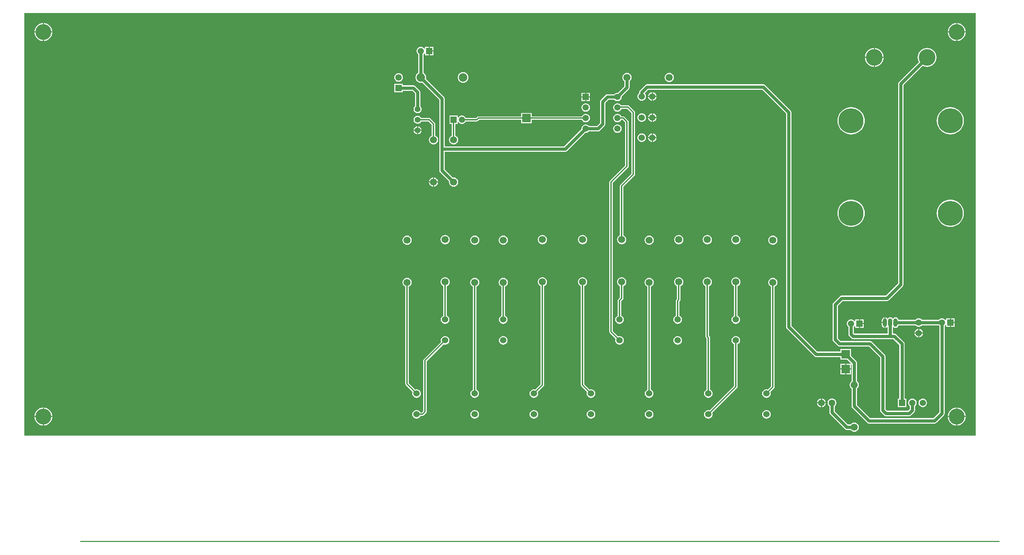
<source format=gtl>
G04 Layer_Physical_Order=1*
G04 Layer_Color=25308*
%FSAX24Y24*%
%MOIN*%
G70*
G01*
G75*
%ADD10R,0.0787X0.0787*%
%ADD11C,0.0120*%
%ADD12C,0.0300*%
%ADD13C,0.0100*%
%ADD14C,0.0669*%
%ADD15R,0.0610X0.0610*%
%ADD16C,0.0610*%
%ADD17C,0.0591*%
%ADD18R,0.0591X0.0591*%
%ADD19C,0.0600*%
%ADD20C,0.0551*%
%ADD21C,0.0800*%
%ADD22O,0.0394X0.0787*%
%ADD23O,0.0394X0.0787*%
%ADD24C,0.2362*%
%ADD25C,0.1575*%
%ADD26C,0.0630*%
%ADD27C,0.1500*%
G36*
X100000Y010050D02*
X100000Y010000D01*
X010035D01*
X010000Y010035D01*
X010000Y050000D01*
X010000Y050000D01*
X100000D01*
Y010050D01*
D02*
G37*
%LPC*%
G36*
X089389Y020550D02*
X089044D01*
Y020205D01*
X089389D01*
Y020550D01*
D02*
G37*
G36*
X094650Y020097D02*
Y019750D01*
X094997D01*
X094990Y019804D01*
X094949Y019902D01*
X094885Y019985D01*
X094802Y020049D01*
X094704Y020090D01*
X094650Y020097D01*
D02*
G37*
G36*
X094550D02*
X094496Y020090D01*
X094398Y020049D01*
X094315Y019985D01*
X094251Y019902D01*
X094210Y019804D01*
X094203Y019750D01*
X094550D01*
Y020097D01*
D02*
G37*
G36*
X091350Y020650D02*
X091101D01*
Y020503D01*
X091111Y020426D01*
X091141Y020353D01*
X091188Y020291D01*
X091250Y020244D01*
X091323Y020214D01*
X091350Y020210D01*
Y020650D01*
D02*
G37*
G36*
X049800Y024988D02*
X049687Y024973D01*
X049581Y024930D01*
X049490Y024860D01*
X049420Y024769D01*
X049377Y024663D01*
X049362Y024550D01*
X049377Y024437D01*
X049420Y024331D01*
X049490Y024240D01*
X049581Y024170D01*
X049637Y024147D01*
Y021350D01*
X049598Y021334D01*
X049515Y021270D01*
X049451Y021186D01*
X049410Y021089D01*
X049397Y020984D01*
X049410Y020880D01*
X049451Y020783D01*
X049515Y020699D01*
X049598Y020635D01*
X049696Y020595D01*
X049800Y020581D01*
X049904Y020595D01*
X050002Y020635D01*
X050085Y020699D01*
X050149Y020783D01*
X050190Y020880D01*
X050203Y020984D01*
X050190Y021089D01*
X050149Y021186D01*
X050085Y021270D01*
X050002Y021334D01*
X049963Y021350D01*
Y024147D01*
X050019Y024170D01*
X050110Y024240D01*
X050180Y024331D01*
X050223Y024437D01*
X050238Y024550D01*
X050223Y024663D01*
X050180Y024769D01*
X050110Y024860D01*
X050019Y024930D01*
X049913Y024973D01*
X049800Y024988D01*
D02*
G37*
G36*
X097989Y020650D02*
X097644D01*
Y020305D01*
X097989D01*
Y020650D01*
D02*
G37*
G36*
X079900Y043255D02*
X068900D01*
X068802Y043236D01*
X068720Y043180D01*
X068220Y042680D01*
X068165Y042598D01*
X068145Y042500D01*
Y042409D01*
X068115Y042385D01*
X068051Y042302D01*
X068010Y042204D01*
X067997Y042100D01*
X068010Y041996D01*
X068051Y041898D01*
X068115Y041815D01*
X068198Y041751D01*
X068296Y041710D01*
X068400Y041697D01*
X068504Y041710D01*
X068602Y041751D01*
X068685Y041815D01*
X068749Y041898D01*
X068790Y041996D01*
X068803Y042100D01*
X068790Y042204D01*
X068749Y042302D01*
X068685Y042385D01*
X068683Y042422D01*
X069006Y042745D01*
X079794D01*
X082045Y040494D01*
Y020300D01*
X082065Y020202D01*
X082120Y020120D01*
X084720Y017520D01*
X084802Y017464D01*
X084900Y017445D01*
X087206D01*
Y017206D01*
X087833D01*
X088197Y016842D01*
X088191Y016829D01*
X088188Y016823D01*
D01*
X088178Y016800D01*
D01*
X088177Y016799D01*
X088175Y016794D01*
X088173D01*
X088151Y016794D01*
X088148D01*
X088148D01*
X087750D01*
Y016350D01*
X088194D01*
Y016717D01*
X088244Y016745D01*
X088245Y016744D01*
Y015152D01*
X088190Y015110D01*
X088120Y015019D01*
X088077Y014913D01*
X088062Y014800D01*
X088077Y014687D01*
X088120Y014581D01*
X088190Y014490D01*
X088245Y014448D01*
Y012800D01*
X088265Y012702D01*
X088320Y012620D01*
X089720Y011220D01*
X089802Y011164D01*
X089900Y011145D01*
X096100D01*
X096198Y011164D01*
X096280Y011220D01*
X096987Y011926D01*
X097042Y012009D01*
X097061Y012106D01*
Y020397D01*
X097088Y020418D01*
X097148Y020497D01*
X097154Y020497D01*
X097198Y020463D01*
Y020305D01*
X097544D01*
Y020700D01*
Y021095D01*
X097198D01*
Y020937D01*
X097154Y020903D01*
X097148Y020903D01*
X097088Y020982D01*
X097006Y021045D01*
X096909Y021085D01*
X096806Y021099D01*
X096703Y021085D01*
X096607Y021045D01*
X096524Y020982D01*
X096504Y020955D01*
X094909D01*
X094885Y020985D01*
X094802Y021049D01*
X094704Y021090D01*
X094600Y021103D01*
X094496Y021090D01*
X094398Y021049D01*
X094315Y020985D01*
X094291Y020955D01*
X092692D01*
X092689Y020974D01*
X092659Y021047D01*
X092612Y021109D01*
X092550Y021156D01*
X092477Y021186D01*
X092400Y021196D01*
X092323Y021186D01*
X092250Y021156D01*
X092188Y021109D01*
X092175Y021091D01*
X092125D01*
X092112Y021109D01*
X092050Y021156D01*
X091977Y021186D01*
X091900Y021196D01*
X091823Y021186D01*
X091750Y021156D01*
X091688Y021109D01*
X091675Y021091D01*
X091625D01*
X091612Y021109D01*
X091550Y021156D01*
X091477Y021186D01*
X091450Y021190D01*
Y020700D01*
Y020210D01*
X091477Y020214D01*
X091550Y020244D01*
X091595Y020279D01*
X091645Y020257D01*
Y019655D01*
X088506D01*
X088461Y019699D01*
Y020297D01*
X088488Y020318D01*
X088548Y020397D01*
X088554Y020397D01*
X088598Y020363D01*
Y020205D01*
X088944D01*
Y020600D01*
Y020995D01*
X088598D01*
Y020837D01*
X088554Y020803D01*
X088548Y020803D01*
X088488Y020882D01*
X088406Y020945D01*
X088309Y020985D01*
X088206Y020999D01*
X088103Y020985D01*
X088007Y020945D01*
X087924Y020882D01*
X087861Y020799D01*
X087821Y020703D01*
X087808Y020600D01*
X087821Y020497D01*
X087861Y020401D01*
X087924Y020318D01*
X087951Y020297D01*
Y019594D01*
X087971Y019496D01*
X088026Y019413D01*
X088220Y019220D01*
X088302Y019165D01*
X088400Y019145D01*
X092194D01*
X092761Y018579D01*
Y013495D01*
X092620D01*
Y012705D01*
X093411D01*
Y013495D01*
X093271D01*
Y018684D01*
X093251Y018782D01*
X093196Y018865D01*
X092480Y019580D01*
X092398Y019635D01*
X092300Y019655D01*
X092155D01*
Y020257D01*
X092205Y020279D01*
X092250Y020244D01*
X092323Y020214D01*
X092400Y020204D01*
X092477Y020214D01*
X092550Y020244D01*
X092612Y020291D01*
X092659Y020353D01*
X092689Y020426D01*
X092692Y020445D01*
X094291D01*
X094315Y020415D01*
X094398Y020351D01*
X094496Y020310D01*
X094600Y020297D01*
X094704Y020310D01*
X094802Y020351D01*
X094885Y020415D01*
X094909Y020445D01*
X096504D01*
X096524Y020418D01*
X096551Y020397D01*
Y012212D01*
X095994Y011655D01*
X090006D01*
X088755Y012906D01*
Y014448D01*
X088810Y014490D01*
X088880Y014581D01*
X088923Y014687D01*
X088938Y014800D01*
X088923Y014913D01*
X088880Y015019D01*
X088810Y015110D01*
X088755Y015152D01*
Y016900D01*
X088735Y016998D01*
X088680Y017080D01*
X088194Y017567D01*
Y018194D01*
X087206D01*
Y017955D01*
X085006D01*
X082555Y020406D01*
Y040600D01*
X082535Y040698D01*
X082480Y040780D01*
X080080Y043180D01*
X079998Y043236D01*
X079900Y043255D01*
D02*
G37*
G36*
X055300Y019419D02*
X055196Y019405D01*
X055098Y019365D01*
X055015Y019301D01*
X054951Y019217D01*
X054910Y019120D01*
X054897Y019016D01*
X054910Y018911D01*
X054951Y018814D01*
X055015Y018730D01*
X055098Y018666D01*
X055196Y018626D01*
X055300Y018612D01*
X055404Y018626D01*
X055502Y018666D01*
X055585Y018730D01*
X055649Y018814D01*
X055690Y018911D01*
X055703Y019016D01*
X055690Y019120D01*
X055649Y019217D01*
X055585Y019301D01*
X055502Y019365D01*
X055404Y019405D01*
X055300Y019419D01*
D02*
G37*
G36*
X049800D02*
X049696Y019405D01*
X049598Y019365D01*
X049515Y019301D01*
X049451Y019217D01*
X049410Y019120D01*
X049397Y019016D01*
X049410Y018911D01*
X049426Y018873D01*
X047785Y017231D01*
X047749Y017178D01*
X047737Y017116D01*
Y012337D01*
X047579Y012179D01*
X047465D01*
X047449Y012217D01*
X047385Y012301D01*
X047302Y012365D01*
X047204Y012405D01*
X047100Y012419D01*
X046996Y012405D01*
X046898Y012365D01*
X046815Y012301D01*
X046751Y012217D01*
X046710Y012120D01*
X046697Y012016D01*
X046710Y011911D01*
X046751Y011814D01*
X046815Y011730D01*
X046898Y011666D01*
X046996Y011626D01*
X047100Y011612D01*
X047204Y011626D01*
X047302Y011666D01*
X047385Y011730D01*
X047449Y011814D01*
X047465Y011853D01*
X047646D01*
X047709Y011865D01*
X047762Y011900D01*
X048015Y012154D01*
X048051Y012207D01*
X048063Y012269D01*
Y017048D01*
X049657Y018642D01*
X049696Y018626D01*
X049800Y018612D01*
X049904Y018626D01*
X050002Y018666D01*
X050085Y018730D01*
X050149Y018814D01*
X050190Y018911D01*
X050203Y019016D01*
X050190Y019120D01*
X050149Y019217D01*
X050085Y019301D01*
X050002Y019365D01*
X049904Y019405D01*
X049800Y019419D01*
D02*
G37*
G36*
X087650Y016794D02*
X087206D01*
Y016350D01*
X087650D01*
Y016794D01*
D02*
G37*
G36*
X066100Y040449D02*
X065997Y040435D01*
X065901Y040395D01*
X065818Y040332D01*
X065755Y040249D01*
X065715Y040153D01*
X065701Y040050D01*
X065715Y039947D01*
X065755Y039851D01*
X065818Y039768D01*
X065901Y039705D01*
X065997Y039665D01*
X066100Y039651D01*
X066203Y039665D01*
X066299Y039705D01*
X066382Y039768D01*
X066445Y039851D01*
X066460Y039887D01*
X066582D01*
X066837Y039632D01*
Y035568D01*
X065385Y034115D01*
X065349Y034062D01*
X065337Y034000D01*
Y019816D01*
X065349Y019753D01*
X065385Y019700D01*
X065926Y019159D01*
X065910Y019120D01*
X065897Y019016D01*
X065910Y018911D01*
X065951Y018814D01*
X066015Y018730D01*
X066098Y018666D01*
X066196Y018626D01*
X066300Y018612D01*
X066404Y018626D01*
X066502Y018666D01*
X066585Y018730D01*
X066649Y018814D01*
X066690Y018911D01*
X066703Y019016D01*
X066690Y019120D01*
X066649Y019217D01*
X066585Y019301D01*
X066502Y019365D01*
X066404Y019405D01*
X066300Y019419D01*
X066196Y019405D01*
X066157Y019389D01*
X065663Y019883D01*
Y033932D01*
X067115Y035385D01*
X067151Y035438D01*
X067163Y035500D01*
Y039700D01*
X067151Y039762D01*
X067115Y039815D01*
X066765Y040165D01*
X066712Y040201D01*
X066650Y040213D01*
X066460D01*
X066445Y040249D01*
X066382Y040332D01*
X066299Y040395D01*
X066203Y040435D01*
X066100Y040449D01*
D02*
G37*
G36*
X094997Y019650D02*
X094650D01*
Y019303D01*
X094704Y019310D01*
X094802Y019351D01*
X094885Y019415D01*
X094949Y019498D01*
X094990Y019596D01*
X094997Y019650D01*
D02*
G37*
G36*
X094550D02*
X094203D01*
X094210Y019596D01*
X094251Y019498D01*
X094315Y019415D01*
X094398Y019351D01*
X094496Y019310D01*
X094550Y019303D01*
Y019650D01*
D02*
G37*
G36*
X071800Y019419D02*
X071696Y019405D01*
X071598Y019365D01*
X071515Y019301D01*
X071451Y019217D01*
X071410Y019120D01*
X071397Y019016D01*
X071410Y018911D01*
X071451Y018814D01*
X071515Y018730D01*
X071598Y018666D01*
X071696Y018626D01*
X071800Y018612D01*
X071904Y018626D01*
X072002Y018666D01*
X072085Y018730D01*
X072149Y018814D01*
X072190Y018911D01*
X072203Y019016D01*
X072190Y019120D01*
X072149Y019217D01*
X072085Y019301D01*
X072002Y019365D01*
X071904Y019405D01*
X071800Y019419D01*
D02*
G37*
G36*
X055300Y028938D02*
X055187Y028923D01*
X055081Y028880D01*
X054990Y028810D01*
X054920Y028719D01*
X054877Y028613D01*
X054862Y028500D01*
X054877Y028387D01*
X054920Y028281D01*
X054990Y028190D01*
X055081Y028120D01*
X055187Y028077D01*
X055300Y028062D01*
X055413Y028077D01*
X055519Y028120D01*
X055610Y028190D01*
X055680Y028281D01*
X055723Y028387D01*
X055738Y028500D01*
X055723Y028613D01*
X055680Y028719D01*
X055610Y028810D01*
X055519Y028880D01*
X055413Y028923D01*
X055300Y028938D01*
D02*
G37*
G36*
X052600D02*
X052487Y028923D01*
X052381Y028880D01*
X052290Y028810D01*
X052220Y028719D01*
X052177Y028613D01*
X052162Y028500D01*
X052177Y028387D01*
X052220Y028281D01*
X052290Y028190D01*
X052381Y028120D01*
X052487Y028077D01*
X052600Y028062D01*
X052713Y028077D01*
X052819Y028120D01*
X052910Y028190D01*
X052980Y028281D01*
X053023Y028387D01*
X053038Y028500D01*
X053023Y028613D01*
X052980Y028719D01*
X052910Y028810D01*
X052819Y028880D01*
X052713Y028923D01*
X052600Y028938D01*
D02*
G37*
G36*
X046200D02*
X046087Y028923D01*
X045981Y028880D01*
X045890Y028810D01*
X045820Y028719D01*
X045777Y028613D01*
X045762Y028500D01*
X045777Y028387D01*
X045820Y028281D01*
X045890Y028190D01*
X045981Y028120D01*
X046087Y028077D01*
X046200Y028062D01*
X046313Y028077D01*
X046419Y028120D01*
X046510Y028190D01*
X046580Y028281D01*
X046623Y028387D01*
X046638Y028500D01*
X046623Y028613D01*
X046580Y028719D01*
X046510Y028810D01*
X046419Y028880D01*
X046313Y028923D01*
X046200Y028938D01*
D02*
G37*
G36*
X069100D02*
X068987Y028923D01*
X068881Y028880D01*
X068790Y028810D01*
X068720Y028719D01*
X068677Y028613D01*
X068662Y028500D01*
X068677Y028387D01*
X068720Y028281D01*
X068790Y028190D01*
X068881Y028120D01*
X068987Y028077D01*
X069100Y028062D01*
X069213Y028077D01*
X069319Y028120D01*
X069410Y028190D01*
X069480Y028281D01*
X069523Y028387D01*
X069538Y028500D01*
X069523Y028613D01*
X069480Y028719D01*
X069410Y028810D01*
X069319Y028880D01*
X069213Y028923D01*
X069100Y028938D01*
D02*
G37*
G36*
X059000Y028988D02*
X058887Y028973D01*
X058781Y028930D01*
X058690Y028860D01*
X058620Y028769D01*
X058577Y028663D01*
X058562Y028550D01*
X058577Y028437D01*
X058620Y028331D01*
X058690Y028240D01*
X058781Y028170D01*
X058887Y028127D01*
X059000Y028112D01*
X059113Y028127D01*
X059219Y028170D01*
X059310Y028240D01*
X059380Y028331D01*
X059423Y028437D01*
X059438Y028550D01*
X059423Y028663D01*
X059380Y028769D01*
X059310Y028860D01*
X059219Y028930D01*
X059113Y028973D01*
X059000Y028988D01*
D02*
G37*
G36*
X049800D02*
X049687Y028973D01*
X049581Y028930D01*
X049490Y028860D01*
X049420Y028769D01*
X049377Y028663D01*
X049362Y028550D01*
X049377Y028437D01*
X049420Y028331D01*
X049490Y028240D01*
X049581Y028170D01*
X049687Y028127D01*
X049800Y028112D01*
X049913Y028127D01*
X050019Y028170D01*
X050110Y028240D01*
X050180Y028331D01*
X050223Y028437D01*
X050238Y028550D01*
X050223Y028663D01*
X050180Y028769D01*
X050110Y028860D01*
X050019Y028930D01*
X049913Y028973D01*
X049800Y028988D01*
D02*
G37*
G36*
X080800Y028938D02*
X080687Y028923D01*
X080581Y028880D01*
X080490Y028810D01*
X080420Y028719D01*
X080377Y028613D01*
X080362Y028500D01*
X080377Y028387D01*
X080420Y028281D01*
X080490Y028190D01*
X080581Y028120D01*
X080687Y028077D01*
X080800Y028062D01*
X080913Y028077D01*
X081019Y028120D01*
X081110Y028190D01*
X081180Y028281D01*
X081223Y028387D01*
X081238Y028500D01*
X081223Y028613D01*
X081180Y028719D01*
X081110Y028810D01*
X081019Y028880D01*
X080913Y028923D01*
X080800Y028938D01*
D02*
G37*
G36*
X071900Y024988D02*
X071787Y024973D01*
X071681Y024930D01*
X071590Y024860D01*
X071520Y024769D01*
X071477Y024663D01*
X071462Y024550D01*
X071477Y024437D01*
X071520Y024331D01*
X071590Y024240D01*
X071681Y024170D01*
X071737Y024147D01*
Y022938D01*
X071685Y022885D01*
X071649Y022832D01*
X071637Y022770D01*
Y021350D01*
X071598Y021334D01*
X071515Y021270D01*
X071451Y021186D01*
X071410Y021089D01*
X071397Y020984D01*
X071410Y020880D01*
X071451Y020783D01*
X071515Y020699D01*
X071598Y020635D01*
X071696Y020595D01*
X071800Y020581D01*
X071904Y020595D01*
X072002Y020635D01*
X072085Y020699D01*
X072149Y020783D01*
X072190Y020880D01*
X072203Y020984D01*
X072190Y021089D01*
X072149Y021186D01*
X072085Y021270D01*
X072002Y021334D01*
X071963Y021350D01*
Y022702D01*
X072015Y022755D01*
X072051Y022808D01*
X072063Y022870D01*
Y024147D01*
X072119Y024170D01*
X072210Y024240D01*
X072280Y024331D01*
X072323Y024437D01*
X072338Y024550D01*
X072323Y024663D01*
X072280Y024769D01*
X072210Y024860D01*
X072119Y024930D01*
X072013Y024973D01*
X071900Y024988D01*
D02*
G37*
G36*
X066500D02*
X066387Y024973D01*
X066281Y024930D01*
X066190Y024860D01*
X066120Y024769D01*
X066077Y024663D01*
X066062Y024550D01*
X066077Y024437D01*
X066120Y024331D01*
X066190Y024240D01*
X066281Y024170D01*
X066337Y024147D01*
Y023068D01*
X066185Y022915D01*
X066149Y022862D01*
X066137Y022800D01*
Y021350D01*
X066098Y021334D01*
X066015Y021270D01*
X065951Y021186D01*
X065910Y021089D01*
X065897Y020984D01*
X065910Y020880D01*
X065951Y020783D01*
X066015Y020699D01*
X066098Y020635D01*
X066196Y020595D01*
X066300Y020581D01*
X066404Y020595D01*
X066502Y020635D01*
X066585Y020699D01*
X066649Y020783D01*
X066690Y020880D01*
X066703Y020984D01*
X066690Y021089D01*
X066649Y021186D01*
X066585Y021270D01*
X066502Y021334D01*
X066463Y021350D01*
Y022732D01*
X066615Y022885D01*
X066651Y022938D01*
X066663Y023000D01*
Y024147D01*
X066719Y024170D01*
X066810Y024240D01*
X066880Y024331D01*
X066923Y024437D01*
X066938Y024550D01*
X066923Y024663D01*
X066880Y024769D01*
X066810Y024860D01*
X066719Y024930D01*
X066613Y024973D01*
X066500Y024988D01*
D02*
G37*
G36*
X055300Y024938D02*
X055187Y024923D01*
X055081Y024880D01*
X054990Y024810D01*
X054920Y024719D01*
X054877Y024613D01*
X054862Y024500D01*
X054877Y024387D01*
X054920Y024281D01*
X054990Y024190D01*
X055081Y024120D01*
X055137Y024097D01*
Y021350D01*
X055098Y021334D01*
X055015Y021270D01*
X054951Y021186D01*
X054910Y021089D01*
X054897Y020984D01*
X054910Y020880D01*
X054951Y020783D01*
X055015Y020699D01*
X055098Y020635D01*
X055196Y020595D01*
X055300Y020581D01*
X055404Y020595D01*
X055502Y020635D01*
X055585Y020699D01*
X055649Y020783D01*
X055690Y020880D01*
X055703Y020984D01*
X055690Y021089D01*
X055649Y021186D01*
X055585Y021270D01*
X055502Y021334D01*
X055463Y021350D01*
Y024097D01*
X055519Y024120D01*
X055610Y024190D01*
X055680Y024281D01*
X055723Y024387D01*
X055738Y024500D01*
X055723Y024613D01*
X055680Y024719D01*
X055610Y024810D01*
X055519Y024880D01*
X055413Y024923D01*
X055300Y024938D01*
D02*
G37*
G36*
X077300Y024988D02*
X077187Y024973D01*
X077081Y024930D01*
X076990Y024860D01*
X076920Y024769D01*
X076877Y024663D01*
X076862Y024550D01*
X076877Y024437D01*
X076920Y024331D01*
X076990Y024240D01*
X077081Y024170D01*
X077137Y024147D01*
Y021350D01*
X077098Y021334D01*
X077015Y021270D01*
X076951Y021186D01*
X076910Y021089D01*
X076897Y020984D01*
X076910Y020880D01*
X076951Y020783D01*
X077015Y020699D01*
X077098Y020635D01*
X077196Y020595D01*
X077300Y020581D01*
X077404Y020595D01*
X077502Y020635D01*
X077585Y020699D01*
X077649Y020783D01*
X077690Y020880D01*
X077703Y020984D01*
X077690Y021089D01*
X077649Y021186D01*
X077585Y021270D01*
X077502Y021334D01*
X077463Y021350D01*
Y024147D01*
X077519Y024170D01*
X077610Y024240D01*
X077680Y024331D01*
X077723Y024437D01*
X077738Y024550D01*
X077723Y024663D01*
X077680Y024769D01*
X077610Y024860D01*
X077519Y024930D01*
X077413Y024973D01*
X077300Y024988D01*
D02*
G37*
G36*
X097989Y021095D02*
X097644D01*
Y020750D01*
X097989D01*
Y021095D01*
D02*
G37*
G36*
X091350Y021190D02*
X091323Y021186D01*
X091250Y021156D01*
X091188Y021109D01*
X091141Y021047D01*
X091111Y020974D01*
X091101Y020897D01*
Y020750D01*
X091350D01*
Y021190D01*
D02*
G37*
G36*
X089389Y020995D02*
X089044D01*
Y020650D01*
X089389D01*
Y020995D01*
D02*
G37*
G36*
X088194Y016250D02*
X087750D01*
Y015806D01*
X088194D01*
Y016250D01*
D02*
G37*
G36*
X080200Y012419D02*
X080096Y012405D01*
X079998Y012365D01*
X079915Y012301D01*
X079851Y012217D01*
X079810Y012120D01*
X079797Y012016D01*
X079810Y011911D01*
X079851Y011814D01*
X079915Y011730D01*
X079998Y011666D01*
X080096Y011626D01*
X080200Y011612D01*
X080304Y011626D01*
X080402Y011666D01*
X080485Y011730D01*
X080549Y011814D01*
X080590Y011911D01*
X080603Y012016D01*
X080590Y012120D01*
X080549Y012217D01*
X080485Y012301D01*
X080402Y012365D01*
X080304Y012405D01*
X080200Y012419D01*
D02*
G37*
G36*
X069100D02*
X068996Y012405D01*
X068898Y012365D01*
X068815Y012301D01*
X068751Y012217D01*
X068710Y012120D01*
X068697Y012016D01*
X068710Y011911D01*
X068751Y011814D01*
X068815Y011730D01*
X068898Y011666D01*
X068996Y011626D01*
X069100Y011612D01*
X069204Y011626D01*
X069302Y011666D01*
X069385Y011730D01*
X069449Y011814D01*
X069490Y011911D01*
X069503Y012016D01*
X069490Y012120D01*
X069449Y012217D01*
X069385Y012301D01*
X069302Y012365D01*
X069204Y012405D01*
X069100Y012419D01*
D02*
G37*
G36*
X063600D02*
X063496Y012405D01*
X063398Y012365D01*
X063315Y012301D01*
X063251Y012217D01*
X063210Y012120D01*
X063197Y012016D01*
X063210Y011911D01*
X063251Y011814D01*
X063315Y011730D01*
X063398Y011666D01*
X063496Y011626D01*
X063600Y011612D01*
X063704Y011626D01*
X063802Y011666D01*
X063885Y011730D01*
X063949Y011814D01*
X063990Y011911D01*
X064003Y012016D01*
X063990Y012120D01*
X063949Y012217D01*
X063885Y012301D01*
X063802Y012365D01*
X063704Y012405D01*
X063600Y012419D01*
D02*
G37*
G36*
X011750Y012649D02*
X011633Y012638D01*
X011473Y012589D01*
X011325Y012510D01*
X011196Y012404D01*
X011090Y012275D01*
X011011Y012127D01*
X010962Y011967D01*
X010951Y011850D01*
X011750D01*
Y012649D01*
D02*
G37*
G36*
X098250D02*
Y011850D01*
X099049D01*
X099038Y011967D01*
X098989Y012127D01*
X098910Y012275D01*
X098804Y012404D01*
X098675Y012510D01*
X098527Y012589D01*
X098367Y012638D01*
X098250Y012649D01*
D02*
G37*
G36*
X098150D02*
X098033Y012638D01*
X097873Y012589D01*
X097725Y012510D01*
X097596Y012404D01*
X097490Y012275D01*
X097411Y012127D01*
X097362Y011967D01*
X097351Y011850D01*
X098150D01*
Y012649D01*
D02*
G37*
G36*
X011850D02*
Y011850D01*
X012649D01*
X012638Y011967D01*
X012589Y012127D01*
X012510Y012275D01*
X012404Y012404D01*
X012275Y012510D01*
X012127Y012589D01*
X011967Y012638D01*
X011850Y012649D01*
D02*
G37*
G36*
X012649Y011750D02*
X011850D01*
Y010951D01*
X011967Y010962D01*
X012127Y011011D01*
X012275Y011090D01*
X012404Y011196D01*
X012510Y011325D01*
X012589Y011473D01*
X012638Y011633D01*
X012649Y011750D01*
D02*
G37*
G36*
X011750D02*
X010951D01*
X010962Y011633D01*
X011011Y011473D01*
X011090Y011325D01*
X011196Y011196D01*
X011325Y011090D01*
X011473Y011011D01*
X011633Y010962D01*
X011750Y010951D01*
Y011750D01*
D02*
G37*
G36*
X086400Y013519D02*
X086292Y013504D01*
X086191Y013462D01*
X086104Y013396D01*
X086038Y013309D01*
X085996Y013208D01*
X085981Y013100D01*
X085996Y012992D01*
X086038Y012891D01*
X086104Y012804D01*
X086145Y012773D01*
Y012200D01*
X086165Y012102D01*
X086220Y012020D01*
X087620Y010620D01*
X087702Y010565D01*
X087800Y010545D01*
X088148D01*
X088190Y010490D01*
X088281Y010420D01*
X088387Y010377D01*
X088500Y010362D01*
X088613Y010377D01*
X088719Y010420D01*
X088810Y010490D01*
X088880Y010581D01*
X088923Y010687D01*
X088938Y010800D01*
X088923Y010913D01*
X088880Y011019D01*
X088810Y011110D01*
X088719Y011180D01*
X088613Y011223D01*
X088500Y011238D01*
X088387Y011223D01*
X088281Y011180D01*
X088190Y011110D01*
X088148Y011055D01*
X087906D01*
X086655Y012306D01*
Y012773D01*
X086696Y012804D01*
X086762Y012891D01*
X086804Y012992D01*
X086819Y013100D01*
X086804Y013208D01*
X086762Y013309D01*
X086696Y013396D01*
X086609Y013462D01*
X086508Y013504D01*
X086400Y013519D01*
D02*
G37*
G36*
X098150Y011750D02*
X097351D01*
X097362Y011633D01*
X097411Y011473D01*
X097490Y011325D01*
X097596Y011196D01*
X097725Y011090D01*
X097873Y011011D01*
X098033Y010962D01*
X098150Y010951D01*
Y011750D01*
D02*
G37*
G36*
X058200Y012419D02*
X058096Y012405D01*
X057998Y012365D01*
X057915Y012301D01*
X057851Y012217D01*
X057810Y012120D01*
X057797Y012016D01*
X057810Y011911D01*
X057851Y011814D01*
X057915Y011730D01*
X057998Y011666D01*
X058096Y011626D01*
X058200Y011612D01*
X058304Y011626D01*
X058402Y011666D01*
X058485Y011730D01*
X058549Y011814D01*
X058590Y011911D01*
X058603Y012016D01*
X058590Y012120D01*
X058549Y012217D01*
X058485Y012301D01*
X058402Y012365D01*
X058304Y012405D01*
X058200Y012419D01*
D02*
G37*
G36*
X052600D02*
X052496Y012405D01*
X052398Y012365D01*
X052315Y012301D01*
X052251Y012217D01*
X052210Y012120D01*
X052197Y012016D01*
X052210Y011911D01*
X052251Y011814D01*
X052315Y011730D01*
X052398Y011666D01*
X052496Y011626D01*
X052600Y011612D01*
X052704Y011626D01*
X052802Y011666D01*
X052885Y011730D01*
X052949Y011814D01*
X052990Y011911D01*
X053003Y012016D01*
X052990Y012120D01*
X052949Y012217D01*
X052885Y012301D01*
X052802Y012365D01*
X052704Y012405D01*
X052600Y012419D01*
D02*
G37*
G36*
X099049Y011750D02*
X098250D01*
Y010951D01*
X098367Y010962D01*
X098527Y011011D01*
X098675Y011090D01*
X098804Y011196D01*
X098910Y011325D01*
X098989Y011473D01*
X099038Y011633D01*
X099049Y011750D01*
D02*
G37*
G36*
X069100Y024938D02*
X068987Y024923D01*
X068881Y024880D01*
X068790Y024810D01*
X068720Y024719D01*
X068677Y024613D01*
X068662Y024500D01*
X068677Y024387D01*
X068720Y024281D01*
X068790Y024190D01*
X068881Y024120D01*
X068937Y024097D01*
Y014350D01*
X068898Y014334D01*
X068815Y014270D01*
X068751Y014186D01*
X068710Y014089D01*
X068697Y013984D01*
X068710Y013880D01*
X068751Y013783D01*
X068815Y013699D01*
X068898Y013635D01*
X068996Y013595D01*
X069100Y013581D01*
X069204Y013595D01*
X069302Y013635D01*
X069385Y013699D01*
X069449Y013783D01*
X069490Y013880D01*
X069503Y013984D01*
X069490Y014089D01*
X069449Y014186D01*
X069385Y014270D01*
X069302Y014334D01*
X069263Y014350D01*
Y024097D01*
X069319Y024120D01*
X069410Y024190D01*
X069480Y024281D01*
X069523Y024387D01*
X069538Y024500D01*
X069523Y024613D01*
X069480Y024719D01*
X069410Y024810D01*
X069319Y024880D01*
X069213Y024923D01*
X069100Y024938D01*
D02*
G37*
G36*
X062800Y024988D02*
X062687Y024973D01*
X062581Y024930D01*
X062490Y024860D01*
X062420Y024769D01*
X062377Y024663D01*
X062362Y024550D01*
X062377Y024437D01*
X062420Y024331D01*
X062490Y024240D01*
X062581Y024170D01*
X062637Y024147D01*
Y014784D01*
X062649Y014722D01*
X062685Y014669D01*
X063226Y014127D01*
X063210Y014089D01*
X063197Y013984D01*
X063210Y013880D01*
X063251Y013783D01*
X063315Y013699D01*
X063398Y013635D01*
X063496Y013595D01*
X063600Y013581D01*
X063704Y013595D01*
X063802Y013635D01*
X063885Y013699D01*
X063949Y013783D01*
X063990Y013880D01*
X064003Y013984D01*
X063990Y014089D01*
X063949Y014186D01*
X063885Y014270D01*
X063802Y014334D01*
X063704Y014374D01*
X063600Y014388D01*
X063496Y014374D01*
X063457Y014358D01*
X062963Y014852D01*
Y024147D01*
X063019Y024170D01*
X063110Y024240D01*
X063180Y024331D01*
X063223Y024437D01*
X063238Y024550D01*
X063223Y024663D01*
X063180Y024769D01*
X063110Y024860D01*
X063019Y024930D01*
X062913Y024973D01*
X062800Y024988D01*
D02*
G37*
G36*
X052600Y024938D02*
X052487Y024923D01*
X052381Y024880D01*
X052290Y024810D01*
X052220Y024719D01*
X052177Y024613D01*
X052162Y024500D01*
X052177Y024387D01*
X052220Y024281D01*
X052290Y024190D01*
X052381Y024120D01*
X052437Y024097D01*
Y014350D01*
X052398Y014334D01*
X052315Y014270D01*
X052251Y014186D01*
X052210Y014089D01*
X052197Y013984D01*
X052210Y013880D01*
X052251Y013783D01*
X052315Y013699D01*
X052398Y013635D01*
X052496Y013595D01*
X052600Y013581D01*
X052704Y013595D01*
X052802Y013635D01*
X052885Y013699D01*
X052949Y013783D01*
X052990Y013880D01*
X053003Y013984D01*
X052990Y014089D01*
X052949Y014186D01*
X052885Y014270D01*
X052802Y014334D01*
X052763Y014350D01*
Y024097D01*
X052819Y024120D01*
X052910Y024190D01*
X052980Y024281D01*
X053023Y024387D01*
X053038Y024500D01*
X053023Y024613D01*
X052980Y024719D01*
X052910Y024810D01*
X052819Y024880D01*
X052713Y024923D01*
X052600Y024938D01*
D02*
G37*
G36*
X074600Y024988D02*
X074487Y024973D01*
X074381Y024930D01*
X074290Y024860D01*
X074220Y024769D01*
X074177Y024663D01*
X074162Y024550D01*
X074177Y024437D01*
X074220Y024331D01*
X074290Y024240D01*
X074381Y024170D01*
X074437Y024147D01*
Y019370D01*
X074449Y019308D01*
X074485Y019255D01*
X074537Y019202D01*
Y014350D01*
X074498Y014334D01*
X074415Y014270D01*
X074351Y014186D01*
X074310Y014089D01*
X074297Y013984D01*
X074310Y013880D01*
X074351Y013783D01*
X074415Y013699D01*
X074498Y013635D01*
X074596Y013595D01*
X074700Y013581D01*
X074804Y013595D01*
X074902Y013635D01*
X074985Y013699D01*
X075049Y013783D01*
X075090Y013880D01*
X075103Y013984D01*
X075090Y014089D01*
X075049Y014186D01*
X074985Y014270D01*
X074902Y014334D01*
X074863Y014350D01*
Y019270D01*
X074851Y019332D01*
X074815Y019385D01*
X074763Y019438D01*
Y024147D01*
X074819Y024170D01*
X074910Y024240D01*
X074980Y024331D01*
X075023Y024437D01*
X075038Y024550D01*
X075023Y024663D01*
X074980Y024769D01*
X074910Y024860D01*
X074819Y024930D01*
X074713Y024973D01*
X074600Y024988D01*
D02*
G37*
G36*
X087650Y016250D02*
X087206D01*
Y015806D01*
X087650D01*
Y016250D01*
D02*
G37*
G36*
X080800Y024938D02*
X080687Y024923D01*
X080581Y024880D01*
X080490Y024810D01*
X080420Y024719D01*
X080377Y024613D01*
X080362Y024500D01*
X080377Y024387D01*
X080420Y024281D01*
X080490Y024190D01*
X080581Y024120D01*
X080637Y024097D01*
Y014652D01*
X080343Y014358D01*
X080304Y014374D01*
X080200Y014388D01*
X080096Y014374D01*
X079998Y014334D01*
X079915Y014270D01*
X079851Y014186D01*
X079810Y014089D01*
X079797Y013984D01*
X079810Y013880D01*
X079851Y013783D01*
X079915Y013699D01*
X079998Y013635D01*
X080096Y013595D01*
X080200Y013581D01*
X080304Y013595D01*
X080402Y013635D01*
X080485Y013699D01*
X080549Y013783D01*
X080590Y013880D01*
X080603Y013984D01*
X080590Y014089D01*
X080574Y014127D01*
X080915Y014469D01*
X080951Y014522D01*
X080963Y014584D01*
Y024097D01*
X081019Y024120D01*
X081110Y024190D01*
X081180Y024281D01*
X081223Y024387D01*
X081238Y024500D01*
X081223Y024613D01*
X081180Y024719D01*
X081110Y024810D01*
X081019Y024880D01*
X080913Y024923D01*
X080800Y024938D01*
D02*
G37*
G36*
X059000Y024988D02*
X058887Y024973D01*
X058781Y024930D01*
X058690Y024860D01*
X058620Y024769D01*
X058577Y024663D01*
X058562Y024550D01*
X058577Y024437D01*
X058620Y024331D01*
X058690Y024240D01*
X058781Y024170D01*
X058837Y024147D01*
Y014852D01*
X058343Y014358D01*
X058304Y014374D01*
X058200Y014388D01*
X058096Y014374D01*
X057998Y014334D01*
X057915Y014270D01*
X057851Y014186D01*
X057810Y014089D01*
X057797Y013984D01*
X057810Y013880D01*
X057851Y013783D01*
X057915Y013699D01*
X057998Y013635D01*
X058096Y013595D01*
X058200Y013581D01*
X058304Y013595D01*
X058402Y013635D01*
X058485Y013699D01*
X058549Y013783D01*
X058590Y013880D01*
X058603Y013984D01*
X058590Y014089D01*
X058574Y014127D01*
X059115Y014669D01*
X059151Y014722D01*
X059163Y014784D01*
Y024147D01*
X059219Y024170D01*
X059310Y024240D01*
X059380Y024331D01*
X059423Y024437D01*
X059438Y024550D01*
X059423Y024663D01*
X059380Y024769D01*
X059310Y024860D01*
X059219Y024930D01*
X059113Y024973D01*
X059000Y024988D01*
D02*
G37*
G36*
X085812Y013050D02*
X085450D01*
Y012688D01*
X085508Y012696D01*
X085609Y012738D01*
X085696Y012804D01*
X085762Y012891D01*
X085804Y012992D01*
X085812Y013050D01*
D02*
G37*
G36*
X085350D02*
X084988D01*
X084996Y012992D01*
X085038Y012891D01*
X085104Y012804D01*
X085191Y012738D01*
X085292Y012696D01*
X085350Y012688D01*
Y013050D01*
D02*
G37*
G36*
X077300Y019419D02*
X077196Y019405D01*
X077098Y019365D01*
X077015Y019301D01*
X076951Y019217D01*
X076910Y019120D01*
X076897Y019016D01*
X076910Y018911D01*
X076951Y018814D01*
X077015Y018730D01*
X077098Y018666D01*
X077137Y018650D01*
Y014683D01*
X074843Y012389D01*
X074804Y012405D01*
X074700Y012419D01*
X074596Y012405D01*
X074498Y012365D01*
X074415Y012301D01*
X074351Y012217D01*
X074310Y012120D01*
X074297Y012016D01*
X074310Y011911D01*
X074351Y011814D01*
X074415Y011730D01*
X074498Y011666D01*
X074596Y011626D01*
X074700Y011612D01*
X074804Y011626D01*
X074902Y011666D01*
X074985Y011730D01*
X075049Y011814D01*
X075090Y011911D01*
X075103Y012016D01*
X075090Y012120D01*
X075074Y012159D01*
X077415Y014500D01*
X077451Y014553D01*
X077463Y014616D01*
Y018650D01*
X077502Y018666D01*
X077585Y018730D01*
X077649Y018814D01*
X077690Y018911D01*
X077703Y019016D01*
X077690Y019120D01*
X077649Y019217D01*
X077585Y019301D01*
X077502Y019365D01*
X077404Y019405D01*
X077300Y019419D01*
D02*
G37*
G36*
X094984Y013499D02*
X094881Y013485D01*
X094785Y013445D01*
X094702Y013382D01*
X094639Y013299D01*
X094599Y013203D01*
X094586Y013100D01*
X094599Y012997D01*
X094639Y012901D01*
X094702Y012818D01*
X094785Y012755D01*
X094881Y012715D01*
X094984Y012701D01*
X095087Y012715D01*
X095184Y012755D01*
X095266Y012818D01*
X095330Y012901D01*
X095369Y012997D01*
X095383Y013100D01*
X095369Y013203D01*
X095330Y013299D01*
X095266Y013382D01*
X095184Y013445D01*
X095087Y013485D01*
X094984Y013499D01*
D02*
G37*
G36*
X046200Y024938D02*
X046087Y024923D01*
X045981Y024880D01*
X045890Y024810D01*
X045820Y024719D01*
X045777Y024613D01*
X045762Y024500D01*
X045777Y024387D01*
X045820Y024281D01*
X045890Y024190D01*
X045981Y024120D01*
X046037Y024097D01*
Y014884D01*
X046049Y014822D01*
X046085Y014769D01*
X046726Y014127D01*
X046710Y014089D01*
X046697Y013984D01*
X046710Y013880D01*
X046751Y013783D01*
X046815Y013699D01*
X046898Y013635D01*
X046996Y013595D01*
X047100Y013581D01*
X047204Y013595D01*
X047302Y013635D01*
X047385Y013699D01*
X047449Y013783D01*
X047490Y013880D01*
X047503Y013984D01*
X047490Y014089D01*
X047449Y014186D01*
X047385Y014270D01*
X047302Y014334D01*
X047204Y014374D01*
X047100Y014388D01*
X046996Y014374D01*
X046957Y014358D01*
X046363Y014952D01*
Y024097D01*
X046419Y024120D01*
X046510Y024190D01*
X046580Y024281D01*
X046623Y024387D01*
X046638Y024500D01*
X046623Y024613D01*
X046580Y024719D01*
X046510Y024810D01*
X046419Y024880D01*
X046313Y024923D01*
X046200Y024938D01*
D02*
G37*
G36*
X085450Y013512D02*
Y013150D01*
X085812D01*
X085804Y013208D01*
X085762Y013309D01*
X085696Y013396D01*
X085609Y013462D01*
X085508Y013504D01*
X085450Y013512D01*
D02*
G37*
G36*
X085350D02*
X085292Y013504D01*
X085191Y013462D01*
X085104Y013396D01*
X085038Y013309D01*
X084996Y013208D01*
X084988Y013150D01*
X085350D01*
Y013512D01*
D02*
G37*
G36*
X062800Y028988D02*
X062687Y028973D01*
X062581Y028930D01*
X062490Y028860D01*
X062420Y028769D01*
X062377Y028663D01*
X062362Y028550D01*
X062377Y028437D01*
X062420Y028331D01*
X062490Y028240D01*
X062581Y028170D01*
X062687Y028127D01*
X062800Y028112D01*
X062913Y028127D01*
X063019Y028170D01*
X063110Y028240D01*
X063180Y028331D01*
X063223Y028437D01*
X063238Y028550D01*
X063223Y028663D01*
X063180Y028769D01*
X063110Y028860D01*
X063019Y028930D01*
X062913Y028973D01*
X062800Y028988D01*
D02*
G37*
G36*
X069450Y042497D02*
Y042150D01*
X069797D01*
X069790Y042204D01*
X069749Y042302D01*
X069685Y042385D01*
X069602Y042449D01*
X069504Y042490D01*
X069450Y042497D01*
D02*
G37*
G36*
X069350D02*
X069296Y042490D01*
X069198Y042449D01*
X069115Y042385D01*
X069051Y042302D01*
X069010Y042204D01*
X069003Y042150D01*
X069350D01*
Y042497D01*
D02*
G37*
G36*
X063495Y042445D02*
X063150D01*
Y042100D01*
X063495D01*
Y042445D01*
D02*
G37*
G36*
X051500Y044404D02*
X051369Y044387D01*
X051248Y044337D01*
X051143Y044257D01*
X051063Y044152D01*
X051013Y044031D01*
X050996Y043900D01*
X051013Y043769D01*
X051063Y043648D01*
X051143Y043543D01*
X051248Y043463D01*
X051369Y043413D01*
X051500Y043396D01*
X051631Y043413D01*
X051752Y043463D01*
X051857Y043543D01*
X051937Y043648D01*
X051987Y043769D01*
X052004Y043900D01*
X051987Y044031D01*
X051937Y044152D01*
X051857Y044257D01*
X051752Y044337D01*
X051631Y044387D01*
X051500Y044404D01*
D02*
G37*
G36*
X095400Y046692D02*
X095226Y046675D01*
X095059Y046624D01*
X094905Y046542D01*
X094769Y046431D01*
X094659Y046296D01*
X094576Y046142D01*
X094525Y045974D01*
X094508Y045800D01*
X094525Y045626D01*
X094576Y045459D01*
X094619Y045380D01*
X092719Y043480D01*
X092664Y043398D01*
X092645Y043300D01*
Y024405D01*
X091494Y023255D01*
X087300D01*
X087202Y023235D01*
X087120Y023180D01*
X086520Y022580D01*
X086465Y022498D01*
X086445Y022400D01*
Y019100D01*
X086465Y019002D01*
X086520Y018920D01*
X086920Y018520D01*
X087002Y018464D01*
X087100Y018445D01*
X089894D01*
X090945Y017394D01*
Y012400D01*
X090965Y012302D01*
X091020Y012220D01*
X091320Y011920D01*
X091402Y011865D01*
X091500Y011845D01*
X093700D01*
X093798Y011865D01*
X093880Y011920D01*
X094180Y012220D01*
X094235Y012302D01*
X094255Y012400D01*
Y012797D01*
X094282Y012818D01*
X094345Y012901D01*
X094385Y012997D01*
X094399Y013100D01*
X094385Y013203D01*
X094345Y013299D01*
X094282Y013382D01*
X094199Y013445D01*
X094103Y013485D01*
X094000Y013499D01*
X093897Y013485D01*
X093801Y013445D01*
X093718Y013382D01*
X093655Y013299D01*
X093615Y013203D01*
X093601Y013100D01*
X093615Y012997D01*
X093655Y012901D01*
X093718Y012818D01*
X093745Y012797D01*
Y012506D01*
X093594Y012355D01*
X091606D01*
X091455Y012506D01*
Y017500D01*
X091435Y017598D01*
X091380Y017680D01*
X090180Y018880D01*
X090098Y018936D01*
X090000Y018955D01*
X087206D01*
X086955Y019206D01*
Y022294D01*
X087406Y022745D01*
X091600D01*
X091698Y022764D01*
X091780Y022820D01*
X093080Y024119D01*
X093135Y024202D01*
X093154Y024300D01*
Y043194D01*
X094979Y045019D01*
X095059Y044977D01*
X095226Y044926D01*
X095400Y044909D01*
X095574Y044926D01*
X095741Y044977D01*
X095895Y045059D01*
X096031Y045170D01*
X096141Y045305D01*
X096224Y045459D01*
X096275Y045626D01*
X096292Y045800D01*
X096275Y045974D01*
X096224Y046142D01*
X096141Y046296D01*
X096031Y046431D01*
X095895Y046542D01*
X095741Y046624D01*
X095574Y046675D01*
X095400Y046692D01*
D02*
G37*
G36*
X045400Y044309D02*
X045294Y044295D01*
X045196Y044254D01*
X045111Y044189D01*
X045046Y044104D01*
X045005Y044006D01*
X044991Y043900D01*
X045005Y043794D01*
X045046Y043696D01*
X045111Y043611D01*
X045196Y043546D01*
X045294Y043505D01*
X045400Y043491D01*
X045506Y043505D01*
X045604Y043546D01*
X045689Y043611D01*
X045754Y043696D01*
X045795Y043794D01*
X045809Y043900D01*
X045795Y044006D01*
X045754Y044104D01*
X045689Y044189D01*
X045604Y044254D01*
X045506Y044295D01*
X045400Y044309D01*
D02*
G37*
G36*
X071000Y044338D02*
X070887Y044323D01*
X070781Y044280D01*
X070690Y044210D01*
X070620Y044119D01*
X070577Y044013D01*
X070562Y043900D01*
X070577Y043787D01*
X070620Y043681D01*
X070690Y043590D01*
X070781Y043520D01*
X070887Y043477D01*
X071000Y043462D01*
X071113Y043477D01*
X071219Y043520D01*
X071310Y043590D01*
X071380Y043681D01*
X071423Y043787D01*
X071438Y043900D01*
X071423Y044013D01*
X071380Y044119D01*
X071310Y044210D01*
X071219Y044280D01*
X071113Y044323D01*
X071000Y044338D01*
D02*
G37*
G36*
X063050Y042000D02*
X062705D01*
Y041655D01*
X063050D01*
Y042000D01*
D02*
G37*
G36*
X063100Y041449D02*
X062997Y041435D01*
X062901Y041395D01*
X062818Y041332D01*
X062755Y041249D01*
X062715Y041153D01*
X062701Y041050D01*
X062715Y040947D01*
X062755Y040851D01*
X062818Y040768D01*
X062901Y040705D01*
X062997Y040665D01*
X063100Y040651D01*
X063203Y040665D01*
X063299Y040705D01*
X063382Y040768D01*
X063445Y040851D01*
X063485Y040947D01*
X063499Y041050D01*
X063485Y041153D01*
X063445Y041249D01*
X063382Y041332D01*
X063299Y041395D01*
X063203Y041435D01*
X063100Y041449D01*
D02*
G37*
G36*
X045805Y043305D02*
X044995D01*
Y042495D01*
X045805D01*
Y042645D01*
X046694D01*
X046945Y042394D01*
Y041178D01*
X046932Y041168D01*
X046872Y041089D01*
X046834Y040998D01*
X046821Y040900D01*
X046834Y040802D01*
X046872Y040711D01*
X046932Y040632D01*
X047011Y040572D01*
X047102Y040534D01*
X047200Y040521D01*
X047298Y040534D01*
X047389Y040572D01*
X047468Y040632D01*
X047528Y040711D01*
X047566Y040802D01*
X047579Y040900D01*
X047566Y040998D01*
X047528Y041089D01*
X047468Y041168D01*
X047455Y041178D01*
Y042500D01*
X047435Y042598D01*
X047380Y042680D01*
X046980Y043080D01*
X046898Y043135D01*
X046800Y043155D01*
X045805D01*
Y043305D01*
D02*
G37*
G36*
X063495Y042000D02*
X063150D01*
Y041655D01*
X063495D01*
Y042000D01*
D02*
G37*
G36*
X063050Y042445D02*
X062705D01*
Y042100D01*
X063050D01*
Y042445D01*
D02*
G37*
G36*
X069797Y042050D02*
X069450D01*
Y041703D01*
X069504Y041710D01*
X069602Y041751D01*
X069685Y041815D01*
X069749Y041898D01*
X069790Y041996D01*
X069797Y042050D01*
D02*
G37*
G36*
X069350D02*
X069003D01*
X069010Y041996D01*
X069051Y041898D01*
X069115Y041815D01*
X069198Y041751D01*
X069296Y041710D01*
X069350Y041703D01*
Y042050D01*
D02*
G37*
G36*
X090350Y045750D02*
X089513D01*
X089525Y045626D01*
X089576Y045459D01*
X089659Y045305D01*
X089769Y045170D01*
X089905Y045059D01*
X090059Y044977D01*
X090226Y044926D01*
X090350Y044914D01*
Y045750D01*
D02*
G37*
G36*
X099049Y048150D02*
X098250D01*
Y047351D01*
X098367Y047362D01*
X098527Y047411D01*
X098675Y047490D01*
X098804Y047596D01*
X098910Y047725D01*
X098989Y047873D01*
X099038Y048033D01*
X099049Y048150D01*
D02*
G37*
G36*
X098150D02*
X097351D01*
X097362Y048033D01*
X097411Y047873D01*
X097490Y047725D01*
X097596Y047596D01*
X097725Y047490D01*
X097873Y047411D01*
X098033Y047362D01*
X098150Y047351D01*
Y048150D01*
D02*
G37*
G36*
X012649D02*
X011850D01*
Y047351D01*
X011967Y047362D01*
X012127Y047411D01*
X012275Y047490D01*
X012404Y047596D01*
X012510Y047725D01*
X012589Y047873D01*
X012638Y048033D01*
X012649Y048150D01*
D02*
G37*
G36*
X011750Y049049D02*
X011633Y049038D01*
X011473Y048989D01*
X011325Y048910D01*
X011196Y048804D01*
X011090Y048675D01*
X011011Y048527D01*
X010962Y048367D01*
X010951Y048250D01*
X011750D01*
Y049049D01*
D02*
G37*
G36*
X098250D02*
Y048250D01*
X099049D01*
X099038Y048367D01*
X098989Y048527D01*
X098910Y048675D01*
X098804Y048804D01*
X098675Y048910D01*
X098527Y048989D01*
X098367Y049038D01*
X098250Y049049D01*
D02*
G37*
G36*
X098150D02*
X098033Y049038D01*
X097873Y048989D01*
X097725Y048910D01*
X097596Y048804D01*
X097490Y048675D01*
X097411Y048527D01*
X097362Y048367D01*
X097351Y048250D01*
X098150D01*
Y049049D01*
D02*
G37*
G36*
X011850D02*
Y048250D01*
X012649D01*
X012638Y048367D01*
X012589Y048527D01*
X012510Y048675D01*
X012404Y048804D01*
X012275Y048910D01*
X012127Y048989D01*
X011967Y049038D01*
X011850Y049049D01*
D02*
G37*
G36*
X090450Y046687D02*
Y045850D01*
X091287D01*
X091275Y045974D01*
X091224Y046142D01*
X091141Y046296D01*
X091031Y046431D01*
X090895Y046542D01*
X090741Y046624D01*
X090574Y046675D01*
X090450Y046687D01*
D02*
G37*
G36*
X090350D02*
X090226Y046675D01*
X090059Y046624D01*
X089905Y046542D01*
X089769Y046431D01*
X089659Y046296D01*
X089576Y046142D01*
X089525Y045974D01*
X089513Y045850D01*
X090350D01*
Y046687D01*
D02*
G37*
G36*
X091287Y045750D02*
X090450D01*
Y044914D01*
X090574Y044926D01*
X090741Y044977D01*
X090895Y045059D01*
X091031Y045170D01*
X091141Y045305D01*
X091224Y045459D01*
X091275Y045626D01*
X091287Y045750D01*
D02*
G37*
G36*
X047506Y046799D02*
X047403Y046785D01*
X047307Y046745D01*
X047224Y046682D01*
X047161Y046599D01*
X047121Y046503D01*
X047108Y046400D01*
X047121Y046297D01*
X047161Y046201D01*
X047224Y046118D01*
X047251Y046097D01*
Y045172D01*
X047245Y045140D01*
Y044335D01*
X047143Y044257D01*
X047063Y044152D01*
X047013Y044031D01*
X046996Y043900D01*
X047013Y043769D01*
X047063Y043648D01*
X047143Y043543D01*
X047248Y043463D01*
X047369Y043413D01*
X047500Y043396D01*
X047627Y043412D01*
X049245Y041794D01*
Y037168D01*
Y035100D01*
X049264Y035002D01*
X049320Y034920D01*
X050171Y034069D01*
X050162Y034000D01*
X050177Y033887D01*
X050220Y033781D01*
X050290Y033690D01*
X050381Y033620D01*
X050487Y033577D01*
X050600Y033562D01*
X050713Y033577D01*
X050819Y033620D01*
X050910Y033690D01*
X050980Y033781D01*
X051023Y033887D01*
X051038Y034000D01*
X051023Y034113D01*
X050980Y034219D01*
X050910Y034310D01*
X050819Y034380D01*
X050713Y034423D01*
X050600Y034438D01*
X050531Y034429D01*
X049755Y035206D01*
Y036865D01*
X061170D01*
X061268Y036885D01*
X061350Y036940D01*
X063066Y038656D01*
X063100Y038651D01*
X063203Y038665D01*
X063299Y038705D01*
X063382Y038768D01*
X063403Y038795D01*
X064250D01*
X064348Y038814D01*
X064430Y038870D01*
X064880Y039320D01*
X064935Y039402D01*
X064955Y039500D01*
Y041494D01*
X065256Y041795D01*
X065797D01*
X065818Y041768D01*
X065901Y041705D01*
X065997Y041665D01*
X066100Y041651D01*
X066203Y041665D01*
X066299Y041705D01*
X066382Y041768D01*
X066445Y041851D01*
X066485Y041947D01*
X066499Y042050D01*
X066494Y042084D01*
X067180Y042770D01*
X067235Y042852D01*
X067255Y042950D01*
Y043548D01*
X067310Y043590D01*
X067380Y043681D01*
X067423Y043787D01*
X067438Y043900D01*
X067423Y044013D01*
X067380Y044119D01*
X067310Y044210D01*
X067219Y044280D01*
X067113Y044323D01*
X067000Y044338D01*
X066887Y044323D01*
X066781Y044280D01*
X066690Y044210D01*
X066620Y044119D01*
X066577Y044013D01*
X066562Y043900D01*
X066577Y043787D01*
X066620Y043681D01*
X066690Y043590D01*
X066745Y043548D01*
Y043056D01*
X066134Y042444D01*
X066100Y042449D01*
X065997Y042435D01*
X065901Y042395D01*
X065818Y042332D01*
X065797Y042305D01*
X065150D01*
X065052Y042285D01*
X064970Y042230D01*
X064520Y041780D01*
X064465Y041698D01*
X064445Y041600D01*
Y039606D01*
X064144Y039305D01*
X063403D01*
X063382Y039332D01*
X063299Y039395D01*
X063203Y039435D01*
X063100Y039449D01*
X062997Y039435D01*
X062901Y039395D01*
X062818Y039332D01*
X062755Y039249D01*
X062715Y039153D01*
X062701Y039050D01*
X062706Y039016D01*
X061064Y037375D01*
X049755D01*
Y041900D01*
X049735Y041998D01*
X049680Y042080D01*
X047988Y043773D01*
X048004Y043900D01*
X047987Y044031D01*
X047937Y044152D01*
X047857Y044257D01*
X047755Y044335D01*
Y045115D01*
X047761Y045146D01*
Y046097D01*
X047788Y046118D01*
X047848Y046197D01*
X047854Y046197D01*
X047898Y046163D01*
Y046005D01*
X048244D01*
Y046400D01*
Y046795D01*
X047898D01*
Y046637D01*
X047854Y046603D01*
X047848Y046603D01*
X047788Y046682D01*
X047706Y046745D01*
X047609Y046785D01*
X047506Y046799D01*
D02*
G37*
G36*
X011750Y048150D02*
X010951D01*
X010962Y048033D01*
X011011Y047873D01*
X011090Y047725D01*
X011196Y047596D01*
X011325Y047490D01*
X011473Y047411D01*
X011633Y047362D01*
X011750Y047351D01*
Y048150D01*
D02*
G37*
G36*
X048689Y046795D02*
X048344D01*
Y046450D01*
X048689D01*
Y046795D01*
D02*
G37*
G36*
Y046350D02*
X048344D01*
Y046005D01*
X048689D01*
Y046350D01*
D02*
G37*
G36*
X048750Y034432D02*
Y034050D01*
X049132D01*
X049123Y034113D01*
X049080Y034219D01*
X049010Y034310D01*
X048919Y034380D01*
X048813Y034423D01*
X048750Y034432D01*
D02*
G37*
G36*
X048650D02*
X048587Y034423D01*
X048481Y034380D01*
X048390Y034310D01*
X048320Y034219D01*
X048277Y034113D01*
X048268Y034050D01*
X048650D01*
Y034432D01*
D02*
G37*
G36*
X049132Y033950D02*
X048750D01*
Y033568D01*
X048813Y033577D01*
X048919Y033620D01*
X049010Y033690D01*
X049080Y033781D01*
X049123Y033887D01*
X049132Y033950D01*
D02*
G37*
G36*
X047200Y040279D02*
X047102Y040266D01*
X047011Y040228D01*
X046932Y040168D01*
X046872Y040089D01*
X046834Y039998D01*
X046821Y039900D01*
X046834Y039802D01*
X046872Y039711D01*
X046932Y039632D01*
X047011Y039572D01*
X047102Y039534D01*
X047200Y039521D01*
X047298Y039534D01*
X047389Y039572D01*
X047468Y039632D01*
X047528Y039711D01*
X047539Y039737D01*
X048232D01*
X048537Y039432D01*
Y038403D01*
X048481Y038380D01*
X048390Y038310D01*
X048320Y038219D01*
X048277Y038113D01*
X048262Y038000D01*
X048277Y037887D01*
X048320Y037781D01*
X048390Y037690D01*
X048481Y037620D01*
X048587Y037577D01*
X048700Y037562D01*
X048813Y037577D01*
X048919Y037620D01*
X049010Y037690D01*
X049080Y037781D01*
X049123Y037887D01*
X049138Y038000D01*
X049123Y038113D01*
X049080Y038219D01*
X049010Y038310D01*
X048919Y038380D01*
X048863Y038403D01*
Y039500D01*
X048851Y039562D01*
X048815Y039615D01*
X048415Y040015D01*
X048362Y040051D01*
X048300Y040063D01*
X047539D01*
X047528Y040089D01*
X047468Y040168D01*
X047389Y040228D01*
X047298Y040266D01*
X047200Y040279D01*
D02*
G37*
G36*
X069797Y038150D02*
X069450D01*
Y037803D01*
X069504Y037810D01*
X069602Y037851D01*
X069685Y037915D01*
X069749Y037998D01*
X069790Y038096D01*
X069797Y038150D01*
D02*
G37*
G36*
X069350D02*
X069003D01*
X069010Y038096D01*
X069051Y037998D01*
X069115Y037915D01*
X069198Y037851D01*
X069296Y037810D01*
X069350Y037803D01*
Y038150D01*
D02*
G37*
G36*
X068400Y038603D02*
X068296Y038590D01*
X068198Y038549D01*
X068115Y038485D01*
X068051Y038402D01*
X068010Y038304D01*
X067997Y038200D01*
X068010Y038096D01*
X068051Y037998D01*
X068115Y037915D01*
X068198Y037851D01*
X068296Y037810D01*
X068400Y037797D01*
X068504Y037810D01*
X068602Y037851D01*
X068685Y037915D01*
X068749Y037998D01*
X068790Y038096D01*
X068803Y038200D01*
X068790Y038304D01*
X068749Y038402D01*
X068685Y038485D01*
X068602Y038549D01*
X068504Y038590D01*
X068400Y038603D01*
D02*
G37*
G36*
X074600Y028988D02*
X074487Y028973D01*
X074381Y028930D01*
X074290Y028860D01*
X074220Y028769D01*
X074177Y028663D01*
X074162Y028550D01*
X074177Y028437D01*
X074220Y028331D01*
X074290Y028240D01*
X074381Y028170D01*
X074487Y028127D01*
X074600Y028112D01*
X074713Y028127D01*
X074819Y028170D01*
X074910Y028240D01*
X074980Y028331D01*
X075023Y028437D01*
X075038Y028550D01*
X075023Y028663D01*
X074980Y028769D01*
X074910Y028860D01*
X074819Y028930D01*
X074713Y028973D01*
X074600Y028988D01*
D02*
G37*
G36*
X071900D02*
X071787Y028973D01*
X071681Y028930D01*
X071590Y028860D01*
X071520Y028769D01*
X071477Y028663D01*
X071462Y028550D01*
X071477Y028437D01*
X071520Y028331D01*
X071590Y028240D01*
X071681Y028170D01*
X071787Y028127D01*
X071900Y028112D01*
X072013Y028127D01*
X072119Y028170D01*
X072210Y028240D01*
X072280Y028331D01*
X072323Y028437D01*
X072338Y028550D01*
X072323Y028663D01*
X072280Y028769D01*
X072210Y028860D01*
X072119Y028930D01*
X072013Y028973D01*
X071900Y028988D01*
D02*
G37*
G36*
X066100Y041449D02*
X065997Y041435D01*
X065901Y041395D01*
X065818Y041332D01*
X065755Y041249D01*
X065715Y041153D01*
X065701Y041050D01*
X065715Y040947D01*
X065755Y040851D01*
X065818Y040768D01*
X065901Y040705D01*
X065997Y040665D01*
X066100Y040651D01*
X066203Y040665D01*
X066299Y040705D01*
X066382Y040768D01*
X066445Y040851D01*
X066481Y040937D01*
X067032D01*
X067437Y040532D01*
Y034796D01*
X066385Y033744D01*
X066349Y033691D01*
X066337Y033629D01*
Y028953D01*
X066281Y028930D01*
X066190Y028860D01*
X066120Y028769D01*
X066077Y028663D01*
X066062Y028550D01*
X066077Y028437D01*
X066120Y028331D01*
X066190Y028240D01*
X066281Y028170D01*
X066387Y028127D01*
X066500Y028112D01*
X066613Y028127D01*
X066719Y028170D01*
X066810Y028240D01*
X066880Y028331D01*
X066923Y028437D01*
X066938Y028550D01*
X066923Y028663D01*
X066880Y028769D01*
X066810Y028860D01*
X066719Y028930D01*
X066663Y028953D01*
Y033561D01*
X067715Y034614D01*
X067751Y034666D01*
X067763Y034729D01*
Y040600D01*
X067751Y040662D01*
X067715Y040715D01*
X067215Y041215D01*
X067162Y041251D01*
X067100Y041263D01*
X066435D01*
X066382Y041332D01*
X066299Y041395D01*
X066203Y041435D01*
X066100Y041449D01*
D02*
G37*
G36*
X077300Y028988D02*
X077187Y028973D01*
X077081Y028930D01*
X076990Y028860D01*
X076920Y028769D01*
X076877Y028663D01*
X076862Y028550D01*
X076877Y028437D01*
X076920Y028331D01*
X076990Y028240D01*
X077081Y028170D01*
X077187Y028127D01*
X077300Y028112D01*
X077413Y028127D01*
X077519Y028170D01*
X077610Y028240D01*
X077680Y028331D01*
X077723Y028437D01*
X077738Y028550D01*
X077723Y028663D01*
X077680Y028769D01*
X077610Y028860D01*
X077519Y028930D01*
X077413Y028973D01*
X077300Y028988D01*
D02*
G37*
G36*
X048650Y033950D02*
X048268D01*
X048277Y033887D01*
X048320Y033781D01*
X048390Y033690D01*
X048481Y033620D01*
X048587Y033577D01*
X048650Y033568D01*
Y033950D01*
D02*
G37*
G36*
X097591Y032333D02*
X097390Y032318D01*
X097194Y032271D01*
X097008Y032193D01*
X096836Y032088D01*
X096682Y031957D01*
X096551Y031804D01*
X096446Y031632D01*
X096369Y031446D01*
X096322Y031249D01*
X096306Y031048D01*
X096322Y030847D01*
X096369Y030651D01*
X096446Y030465D01*
X096551Y030293D01*
X096682Y030140D01*
X096836Y030009D01*
X097008Y029903D01*
X097194Y029826D01*
X097390Y029779D01*
X097591Y029763D01*
X097792Y029779D01*
X097988Y029826D01*
X098174Y029903D01*
X098346Y030009D01*
X098500Y030140D01*
X098631Y030293D01*
X098736Y030465D01*
X098813Y030651D01*
X098860Y030847D01*
X098876Y031048D01*
X098860Y031249D01*
X098813Y031446D01*
X098736Y031632D01*
X098631Y031804D01*
X098500Y031957D01*
X098346Y032088D01*
X098174Y032193D01*
X097988Y032271D01*
X097792Y032318D01*
X097591Y032333D01*
D02*
G37*
G36*
X088209D02*
X088008Y032318D01*
X087812Y032271D01*
X087626Y032193D01*
X087454Y032088D01*
X087300Y031957D01*
X087169Y031804D01*
X087064Y031632D01*
X086987Y031446D01*
X086940Y031249D01*
X086924Y031048D01*
X086940Y030847D01*
X086987Y030651D01*
X087064Y030465D01*
X087169Y030293D01*
X087300Y030140D01*
X087454Y030009D01*
X087626Y029903D01*
X087812Y029826D01*
X088008Y029779D01*
X088209Y029763D01*
X088410Y029779D01*
X088606Y029826D01*
X088792Y029903D01*
X088964Y030009D01*
X089118Y030140D01*
X089249Y030293D01*
X089354Y030465D01*
X089431Y030651D01*
X089478Y030847D01*
X089494Y031048D01*
X089478Y031249D01*
X089431Y031446D01*
X089354Y031632D01*
X089249Y031804D01*
X089118Y031957D01*
X088964Y032088D01*
X088792Y032193D01*
X088606Y032271D01*
X088410Y032318D01*
X088209Y032333D01*
D02*
G37*
G36*
X069350Y038597D02*
X069296Y038590D01*
X069198Y038549D01*
X069115Y038485D01*
X069051Y038402D01*
X069010Y038304D01*
X069003Y038250D01*
X069350D01*
Y038597D01*
D02*
G37*
G36*
Y040050D02*
X069003D01*
X069010Y039996D01*
X069051Y039898D01*
X069115Y039815D01*
X069198Y039751D01*
X069296Y039710D01*
X069350Y039703D01*
Y040050D01*
D02*
G37*
G36*
X068400Y040503D02*
X068296Y040490D01*
X068198Y040449D01*
X068115Y040385D01*
X068051Y040302D01*
X068010Y040204D01*
X067997Y040100D01*
X068010Y039996D01*
X068051Y039898D01*
X068115Y039815D01*
X068198Y039751D01*
X068296Y039710D01*
X068400Y039697D01*
X068504Y039710D01*
X068602Y039751D01*
X068685Y039815D01*
X068749Y039898D01*
X068790Y039996D01*
X068803Y040100D01*
X068790Y040204D01*
X068749Y040302D01*
X068685Y040385D01*
X068602Y040449D01*
X068504Y040490D01*
X068400Y040503D01*
D02*
G37*
G36*
X047250Y039272D02*
Y038950D01*
X047572D01*
X047566Y038998D01*
X047528Y039089D01*
X047468Y039168D01*
X047389Y039228D01*
X047298Y039266D01*
X047250Y039272D01*
D02*
G37*
G36*
X069797Y040050D02*
X069450D01*
Y039703D01*
X069504Y039710D01*
X069602Y039751D01*
X069685Y039815D01*
X069749Y039898D01*
X069790Y039996D01*
X069797Y040050D01*
D02*
G37*
G36*
X069450Y040497D02*
Y040150D01*
X069797D01*
X069790Y040204D01*
X069749Y040302D01*
X069685Y040385D01*
X069602Y040449D01*
X069504Y040490D01*
X069450Y040497D01*
D02*
G37*
G36*
X069350D02*
X069296Y040490D01*
X069198Y040449D01*
X069115Y040385D01*
X069051Y040302D01*
X069010Y040204D01*
X069003Y040150D01*
X069350D01*
Y040497D01*
D02*
G37*
G36*
X057994Y040544D02*
X057006D01*
Y040213D01*
X052950D01*
X052888Y040201D01*
X052835Y040165D01*
X052732Y040063D01*
X051754D01*
X051739Y040099D01*
X051676Y040182D01*
X051593Y040245D01*
X051497Y040285D01*
X051394Y040299D01*
X051291Y040285D01*
X051194Y040245D01*
X051112Y040182D01*
X051052Y040103D01*
X051046Y040103D01*
X051002Y040137D01*
Y040295D01*
X050211D01*
Y039505D01*
X050437D01*
Y038403D01*
X050381Y038380D01*
X050290Y038310D01*
X050220Y038219D01*
X050177Y038113D01*
X050162Y038000D01*
X050177Y037887D01*
X050220Y037781D01*
X050290Y037690D01*
X050381Y037620D01*
X050487Y037577D01*
X050600Y037562D01*
X050713Y037577D01*
X050819Y037620D01*
X050910Y037690D01*
X050980Y037781D01*
X051023Y037887D01*
X051038Y038000D01*
X051023Y038113D01*
X050980Y038219D01*
X050910Y038310D01*
X050819Y038380D01*
X050763Y038403D01*
Y039505D01*
X051002D01*
Y039663D01*
X051046Y039697D01*
X051052Y039697D01*
X051112Y039618D01*
X051194Y039555D01*
X051291Y039515D01*
X051394Y039501D01*
X051497Y039515D01*
X051593Y039555D01*
X051676Y039618D01*
X051739Y039701D01*
X051754Y039737D01*
X052800D01*
X052862Y039749D01*
X052915Y039785D01*
X053018Y039887D01*
X057006D01*
Y039556D01*
X057994D01*
Y039887D01*
X062740D01*
X062755Y039851D01*
X062818Y039768D01*
X062901Y039705D01*
X062997Y039665D01*
X063100Y039651D01*
X063203Y039665D01*
X063299Y039705D01*
X063382Y039768D01*
X063445Y039851D01*
X063485Y039947D01*
X063499Y040050D01*
X063485Y040153D01*
X063445Y040249D01*
X063382Y040332D01*
X063299Y040395D01*
X063203Y040435D01*
X063100Y040449D01*
X062997Y040435D01*
X062901Y040395D01*
X062818Y040332D01*
X062755Y040249D01*
X062740Y040213D01*
X057994D01*
Y040544D01*
D02*
G37*
G36*
X097591Y041085D02*
X097390Y041070D01*
X097194Y041023D01*
X097008Y040945D01*
X096836Y040840D01*
X096682Y040709D01*
X096551Y040556D01*
X096446Y040384D01*
X096369Y040198D01*
X096322Y040001D01*
X096306Y039800D01*
X096322Y039599D01*
X096369Y039403D01*
X096446Y039217D01*
X096551Y039045D01*
X096682Y038892D01*
X096836Y038761D01*
X097008Y038655D01*
X097194Y038578D01*
X097390Y038531D01*
X097591Y038515D01*
X097792Y038531D01*
X097988Y038578D01*
X098174Y038655D01*
X098346Y038761D01*
X098500Y038892D01*
X098631Y039045D01*
X098736Y039217D01*
X098813Y039403D01*
X098860Y039599D01*
X098876Y039800D01*
X098860Y040001D01*
X098813Y040198D01*
X098736Y040384D01*
X098631Y040556D01*
X098500Y040709D01*
X098346Y040840D01*
X098174Y040945D01*
X097988Y041023D01*
X097792Y041070D01*
X097591Y041085D01*
D02*
G37*
G36*
X088209D02*
X088008Y041070D01*
X087812Y041023D01*
X087626Y040945D01*
X087454Y040840D01*
X087300Y040709D01*
X087169Y040556D01*
X087064Y040384D01*
X086987Y040198D01*
X086940Y040001D01*
X086924Y039800D01*
X086940Y039599D01*
X086987Y039403D01*
X087064Y039217D01*
X087169Y039045D01*
X087300Y038892D01*
X087454Y038761D01*
X087626Y038655D01*
X087812Y038578D01*
X088008Y038531D01*
X088209Y038515D01*
X088410Y038531D01*
X088606Y038578D01*
X088792Y038655D01*
X088964Y038761D01*
X089118Y038892D01*
X089249Y039045D01*
X089354Y039217D01*
X089431Y039403D01*
X089478Y039599D01*
X089494Y039800D01*
X089478Y040001D01*
X089431Y040198D01*
X089354Y040384D01*
X089249Y040556D01*
X089118Y040709D01*
X088964Y040840D01*
X088792Y040945D01*
X088606Y041023D01*
X088410Y041070D01*
X088209Y041085D01*
D02*
G37*
G36*
X069450Y038597D02*
Y038250D01*
X069797D01*
X069790Y038304D01*
X069749Y038402D01*
X069685Y038485D01*
X069602Y038549D01*
X069504Y038590D01*
X069450Y038597D01*
D02*
G37*
G36*
X047150Y038850D02*
X046828D01*
X046834Y038802D01*
X046872Y038711D01*
X046932Y038632D01*
X047011Y038572D01*
X047102Y038534D01*
X047150Y038528D01*
Y038850D01*
D02*
G37*
G36*
Y039272D02*
X047102Y039266D01*
X047011Y039228D01*
X046932Y039168D01*
X046872Y039089D01*
X046834Y038998D01*
X046828Y038950D01*
X047150D01*
Y039272D01*
D02*
G37*
G36*
X066100Y039449D02*
X065997Y039435D01*
X065901Y039395D01*
X065818Y039332D01*
X065755Y039249D01*
X065715Y039153D01*
X065701Y039050D01*
X065715Y038947D01*
X065755Y038851D01*
X065818Y038768D01*
X065901Y038705D01*
X065997Y038665D01*
X066100Y038651D01*
X066203Y038665D01*
X066299Y038705D01*
X066382Y038768D01*
X066445Y038851D01*
X066485Y038947D01*
X066499Y039050D01*
X066485Y039153D01*
X066445Y039249D01*
X066382Y039332D01*
X066299Y039395D01*
X066203Y039435D01*
X066100Y039449D01*
D02*
G37*
G36*
X047572Y038850D02*
X047250D01*
Y038528D01*
X047298Y038534D01*
X047389Y038572D01*
X047468Y038632D01*
X047528Y038711D01*
X047566Y038802D01*
X047572Y038850D01*
D02*
G37*
%LPD*%
D10*
X087700Y016300D02*
D03*
Y017700D02*
D03*
X057500Y040050D02*
D03*
D11*
X067100Y041100D02*
X067600Y040600D01*
Y034729D02*
Y040600D01*
X066500Y033629D02*
X067600Y034729D01*
X067000Y035500D02*
Y039700D01*
X066500Y028550D02*
Y033629D01*
X066100Y040050D02*
X066650D01*
X067000Y039700D01*
X074700Y012016D02*
X077300Y014616D01*
Y019016D01*
X046200Y014884D02*
Y024500D01*
Y014884D02*
X047100Y013984D01*
X059000Y014784D02*
Y024550D01*
X058200Y013984D02*
X059000Y014784D01*
X062800D02*
Y024550D01*
Y014784D02*
X063600Y013984D01*
X071900Y022870D02*
Y024550D01*
X071800Y022770D02*
X071900Y022870D01*
X071800Y020984D02*
Y022770D01*
X074600Y019370D02*
Y024550D01*
Y019370D02*
X074700Y019270D01*
Y013984D02*
Y019270D01*
X080800Y014584D02*
Y024500D01*
X080200Y013984D02*
X080800Y014584D01*
X050600Y038000D02*
Y039900D01*
X049800Y020984D02*
Y024550D01*
X052600Y013984D02*
Y024500D01*
X055300Y020984D02*
Y024500D01*
X069100Y013984D02*
Y024500D01*
X077300Y020984D02*
Y024550D01*
X047500Y045140D02*
X047506Y045146D01*
X066100Y041050D02*
X066150Y041100D01*
X067100D01*
X065500Y019816D02*
X066300Y019016D01*
X065500Y019816D02*
Y034000D01*
X067000Y035500D01*
X066300Y020984D02*
Y022800D01*
X066500Y023000D01*
Y024550D01*
X047900Y017116D02*
X049800Y019016D01*
X047100Y012016D02*
X047646D01*
X047900Y012269D01*
Y017116D01*
X047200Y039900D02*
X048300D01*
X048700Y039500D01*
Y038000D02*
Y039500D01*
X049500Y037168D02*
X049548Y037120D01*
X051394Y039900D02*
X052800D01*
X052950Y040050D01*
X063100D01*
D12*
X079900Y043000D02*
X082300Y040600D01*
X068900Y043000D02*
X079900D01*
X068400Y042500D02*
X068900Y043000D01*
X068400Y042100D02*
Y042500D01*
X082300Y020300D02*
Y040600D01*
X084900Y017700D02*
X087700D01*
X082300Y020300D02*
X084900Y017700D01*
X087700D02*
X088500Y016900D01*
Y014800D02*
Y016900D01*
X067000Y042950D02*
Y043900D01*
X066100Y042050D02*
X067000Y042950D01*
X061170Y037120D02*
X063100Y039050D01*
X047200Y040900D02*
Y042500D01*
X046800Y042900D02*
X047200Y042500D01*
X045400Y042900D02*
X046800D01*
X047506Y045146D02*
Y046400D01*
X047500Y043900D02*
Y045140D01*
X091900Y019400D02*
X092300D01*
X088400D02*
X091900D01*
X091600Y023000D02*
X092900Y024300D01*
X087300Y023000D02*
X091600D01*
X086700Y022400D02*
X087300Y023000D01*
X093016Y013100D02*
Y018684D01*
X092300Y019400D02*
X093016Y018684D01*
X088206Y019594D02*
X088400Y019400D01*
X086700Y019100D02*
Y022400D01*
X090000Y018700D02*
X091200Y017500D01*
X087100Y018700D02*
X090000D01*
X086700Y019100D02*
X087100Y018700D01*
X089900Y011400D02*
X096100D01*
X088500Y012800D02*
X089900Y011400D01*
X088500Y012800D02*
Y014800D01*
X091200Y012400D02*
Y017500D01*
X096806Y012106D02*
Y020700D01*
X096100Y011400D02*
X096806Y012106D01*
X094000Y012400D02*
Y013100D01*
X093700Y012100D02*
X094000Y012400D01*
X091500Y012100D02*
X093700D01*
X091200Y012400D02*
X091500Y012100D01*
X092900Y024300D02*
Y043300D01*
X095400Y045800D01*
X088206Y019594D02*
Y020600D01*
X087800Y010800D02*
X088500D01*
X086400Y012200D02*
X087800Y010800D01*
X086400Y012200D02*
Y013100D01*
X094600Y020700D02*
X096806D01*
X092400D02*
X094600D01*
X091900Y019400D02*
Y020700D01*
X047500Y043900D02*
X049500Y041900D01*
Y035100D02*
X050600Y034000D01*
X049500Y035100D02*
Y037168D01*
X049548Y037120D02*
X061170D01*
X049500Y037168D02*
Y041900D01*
X063100Y039050D02*
X064250D01*
X064700Y039500D01*
Y041600D01*
X065150Y042050D01*
X066100D01*
D13*
X015300Y000000D02*
X022800D01*
X101800D01*
X102200D01*
D14*
X049800Y028550D02*
D03*
Y024550D02*
D03*
X046200Y028500D02*
D03*
Y024500D02*
D03*
X067000Y043900D02*
D03*
X071000D02*
D03*
X050600Y034000D02*
D03*
Y038000D02*
D03*
X048700D02*
D03*
Y034000D02*
D03*
X088500Y014800D02*
D03*
Y010800D02*
D03*
X052600Y028500D02*
D03*
Y024500D02*
D03*
X059000Y028550D02*
D03*
Y024550D02*
D03*
X062800Y028550D02*
D03*
Y024550D02*
D03*
X066500Y028550D02*
D03*
Y024550D02*
D03*
X069100Y028500D02*
D03*
Y024500D02*
D03*
X071900Y028550D02*
D03*
Y024550D02*
D03*
X074600Y028550D02*
D03*
Y024550D02*
D03*
X077300Y028550D02*
D03*
Y024550D02*
D03*
X080800Y028500D02*
D03*
Y024500D02*
D03*
X055300Y028500D02*
D03*
Y024500D02*
D03*
D15*
X045400Y042900D02*
D03*
D16*
Y043900D02*
D03*
D17*
X094984Y013100D02*
D03*
X094000D02*
D03*
X066100Y039050D02*
D03*
Y040050D02*
D03*
Y041050D02*
D03*
Y042050D02*
D03*
X063100Y039050D02*
D03*
Y040050D02*
D03*
Y041050D02*
D03*
X096806Y020700D02*
D03*
X088206Y020600D02*
D03*
X047506Y046400D02*
D03*
X051394Y039900D02*
D03*
D18*
X093016Y013100D02*
D03*
X063100Y042050D02*
D03*
X097594Y020700D02*
D03*
X088994Y020600D02*
D03*
X048294Y046400D02*
D03*
X050606Y039900D02*
D03*
D19*
X069400Y038200D02*
D03*
X068400D02*
D03*
X069400Y040100D02*
D03*
X068400D02*
D03*
X069400Y042100D02*
D03*
X068400D02*
D03*
X094600Y019700D02*
D03*
Y020700D02*
D03*
X047100Y013984D02*
D03*
Y012016D02*
D03*
X052600Y013984D02*
D03*
Y012016D02*
D03*
X055300Y020984D02*
D03*
Y019016D02*
D03*
X058200Y013984D02*
D03*
Y012016D02*
D03*
X063600Y013984D02*
D03*
Y012016D02*
D03*
X066300Y020984D02*
D03*
Y019016D02*
D03*
X069100Y013984D02*
D03*
Y012016D02*
D03*
X071800Y020984D02*
D03*
Y019016D02*
D03*
X074700Y013984D02*
D03*
Y012016D02*
D03*
X077300Y020984D02*
D03*
Y019016D02*
D03*
X080200Y013984D02*
D03*
Y012016D02*
D03*
X049800Y020984D02*
D03*
Y019016D02*
D03*
D20*
X047200Y039900D02*
D03*
Y040900D02*
D03*
Y038900D02*
D03*
D21*
X047500Y043900D02*
D03*
X051500D02*
D03*
D22*
X091400Y020700D02*
D03*
X091900D02*
D03*
D23*
X092400D02*
D03*
D24*
X097591Y031048D02*
D03*
X088209D02*
D03*
Y039800D02*
D03*
X097591D02*
D03*
D25*
X095400Y045800D02*
D03*
X090400D02*
D03*
D26*
X086400Y013100D02*
D03*
X085400D02*
D03*
D27*
X011800Y048200D02*
D03*
Y011800D02*
D03*
X098200D02*
D03*
Y048200D02*
D03*
M02*

</source>
